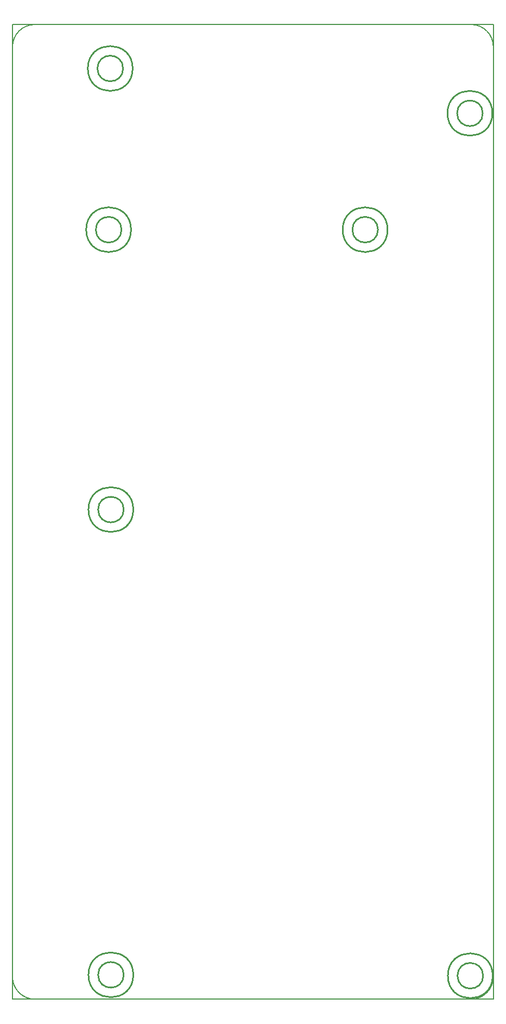
<source format=gko>
%FSLAX24Y24*%
%MOIN*%
G70*
G01*
G75*
G04 Layer_Color=16711935*
%ADD10C,0.0394*%
%ADD11R,0.0500X0.0400*%
%ADD12R,0.0400X0.0500*%
%ADD13O,0.0800X0.0300*%
%ADD14R,0.0800X0.0300*%
%ADD15R,0.1339X0.0700*%
%ADD16R,0.1339X0.0472*%
%ADD17R,0.1339X0.0472*%
G04:AMPARAMS|DCode=18|XSize=40mil|YSize=50mil|CornerRadius=0mil|HoleSize=0mil|Usage=FLASHONLY|Rotation=135.000|XOffset=0mil|YOffset=0mil|HoleType=Round|Shape=Rectangle|*
%AMROTATEDRECTD18*
4,1,4,0.0318,0.0035,-0.0035,-0.0318,-0.0318,-0.0035,0.0035,0.0318,0.0318,0.0035,0.0*
%
%ADD18ROTATEDRECTD18*%

%ADD19O,0.0160X0.1000*%
%ADD20O,0.1000X0.0160*%
%ADD21O,0.0300X0.0800*%
%ADD22R,0.0300X0.0800*%
%ADD23O,0.0240X0.0800*%
%ADD24C,0.0300*%
%ADD25C,0.0150*%
%ADD26C,0.0120*%
%ADD27C,0.0200*%
%ADD28C,0.0050*%
%ADD29C,0.0100*%
%ADD30C,0.0650*%
%ADD31C,0.0709*%
%ADD32O,0.0709X0.0550*%
%ADD33C,0.0500*%
%ADD34C,0.0591*%
%ADD35C,0.0787*%
%ADD36C,0.0787*%
%ADD37O,0.0980X0.1020*%
%ADD38C,0.0600*%
%ADD39C,0.0250*%
%ADD40C,0.0984*%
%ADD41C,0.0080*%
%ADD42C,0.0060*%
%ADD43C,0.0061*%
%ADD44C,0.0079*%
%ADD45R,0.1575X0.0153*%
%ADD46C,0.0866*%
%ADD47C,0.0474*%
%ADD48R,0.0580X0.0480*%
%ADD49R,0.0480X0.0580*%
%ADD50O,0.0880X0.0380*%
%ADD51R,0.0880X0.0380*%
%ADD52R,0.1419X0.0780*%
%ADD53R,0.1419X0.0552*%
%ADD54R,0.1419X0.0552*%
G04:AMPARAMS|DCode=55|XSize=48mil|YSize=58mil|CornerRadius=0mil|HoleSize=0mil|Usage=FLASHONLY|Rotation=135.000|XOffset=0mil|YOffset=0mil|HoleType=Round|Shape=Rectangle|*
%AMROTATEDRECTD55*
4,1,4,0.0375,0.0035,-0.0035,-0.0375,-0.0375,-0.0035,0.0035,0.0375,0.0375,0.0035,0.0*
%
%ADD55ROTATEDRECTD55*%

%ADD56O,0.0240X0.1080*%
%ADD57O,0.1080X0.0240*%
%ADD58O,0.0380X0.0880*%
%ADD59R,0.0380X0.0880*%
%ADD60O,0.0320X0.0880*%
%ADD61C,0.0730*%
%ADD62C,0.0789*%
%ADD63O,0.0789X0.0630*%
%ADD64C,0.0580*%
%ADD65C,0.0671*%
%ADD66C,0.0867*%
%ADD67C,0.0867*%
%ADD68O,0.1060X0.1100*%
%ADD69C,0.0680*%
%ADD70C,0.1064*%
%ADD71C,0.0020*%
%ADD72C,0.0197*%
%ADD73R,0.0667X0.1929*%
D28*
X0Y0D02*
Y59843D01*
Y0D02*
X28560D01*
X29528D01*
Y59843D01*
X0D02*
X29528D01*
X28150Y0D02*
G03*
X29528Y1378I0J1378D01*
G01*
X0D02*
G03*
X1378Y0I1378J0D01*
G01*
X29528Y58465D02*
G03*
X28150Y59843I-1378J0D01*
G01*
X1378D02*
G03*
X0Y58465I0J-1378D01*
G01*
Y59843D02*
X29528D01*
Y0D02*
Y59843D01*
X28560Y0D02*
X29528D01*
X0D02*
X28560D01*
X0D02*
Y59843D01*
D29*
X7421Y1496D02*
G03*
X7421Y1496I-1378J0D01*
G01*
Y30059D02*
G03*
X7421Y30059I-1378J0D01*
G01*
X7382Y57140D02*
G03*
X7382Y57140I-1378J0D01*
G01*
X23031Y47244D02*
G03*
X23031Y47244I-1378J0D01*
G01*
X29488Y1441D02*
G03*
X29488Y1441I-1378J0D01*
G01*
X29465Y54390D02*
G03*
X29465Y54390I-1378J0D01*
G01*
X7283Y47244D02*
G03*
X7283Y47244I-1378J0D01*
G01*
X6831Y1496D02*
G03*
X6831Y1496I-787J0D01*
G01*
Y30059D02*
G03*
X6831Y30059I-787J0D01*
G01*
X6792Y57140D02*
G03*
X6792Y57140I-787J0D01*
G01*
X22441Y47244D02*
G03*
X22441Y47244I-787J0D01*
G01*
X28898Y1441D02*
G03*
X28898Y1441I-787J0D01*
G01*
X28874Y54390D02*
G03*
X28874Y54390I-787J0D01*
G01*
X6693Y47244D02*
G03*
X6693Y47244I-787J0D01*
G01*
X6831Y1496D02*
G03*
X6831Y1496I-787J0D01*
G01*
Y30059D02*
G03*
X6831Y30059I-787J0D01*
G01*
X6792Y57140D02*
G03*
X6792Y57140I-787J0D01*
G01*
X22441Y47244D02*
G03*
X22441Y47244I-787J0D01*
G01*
X28898Y1441D02*
G03*
X28898Y1441I-787J0D01*
G01*
X28874Y54390D02*
G03*
X28874Y54390I-787J0D01*
G01*
X6693Y47244D02*
G03*
X6693Y47244I-787J0D01*
G01*
M02*

</source>
